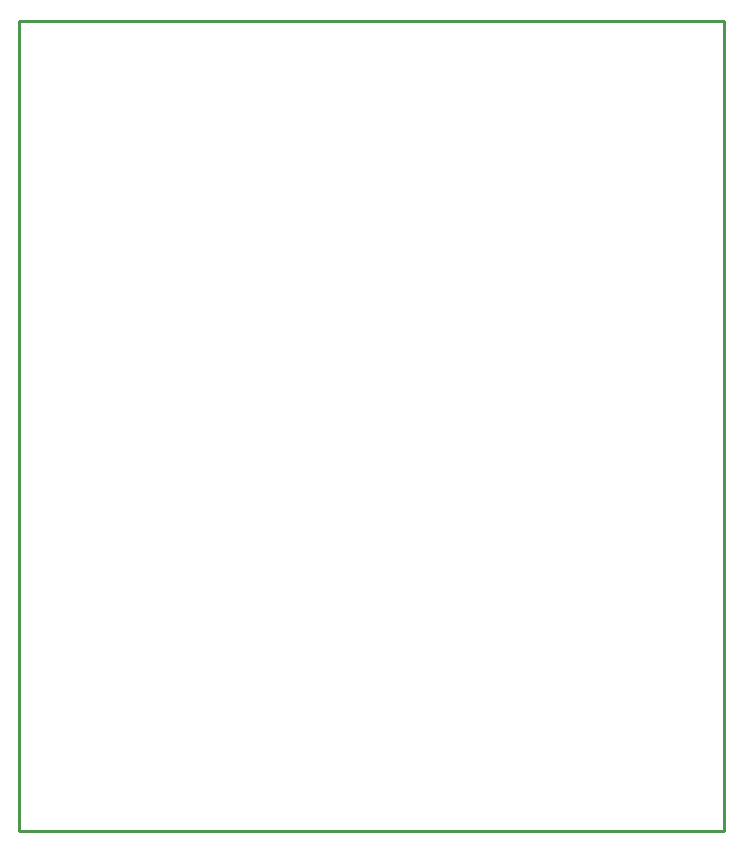
<source format=gbr>
G04 EAGLE Gerber RS-274X export*
G75*
%MOMM*%
%FSLAX34Y34*%
%LPD*%
%INSilkscreen Bottom*%
%IPPOS*%
%AMOC8*
5,1,8,0,0,1.08239X$1,22.5*%
G01*
%ADD10C,0.254000*%


D10*
X0Y0D02*
X596900Y0D01*
X596900Y685800D01*
X0Y685800D01*
X0Y0D01*
M02*

</source>
